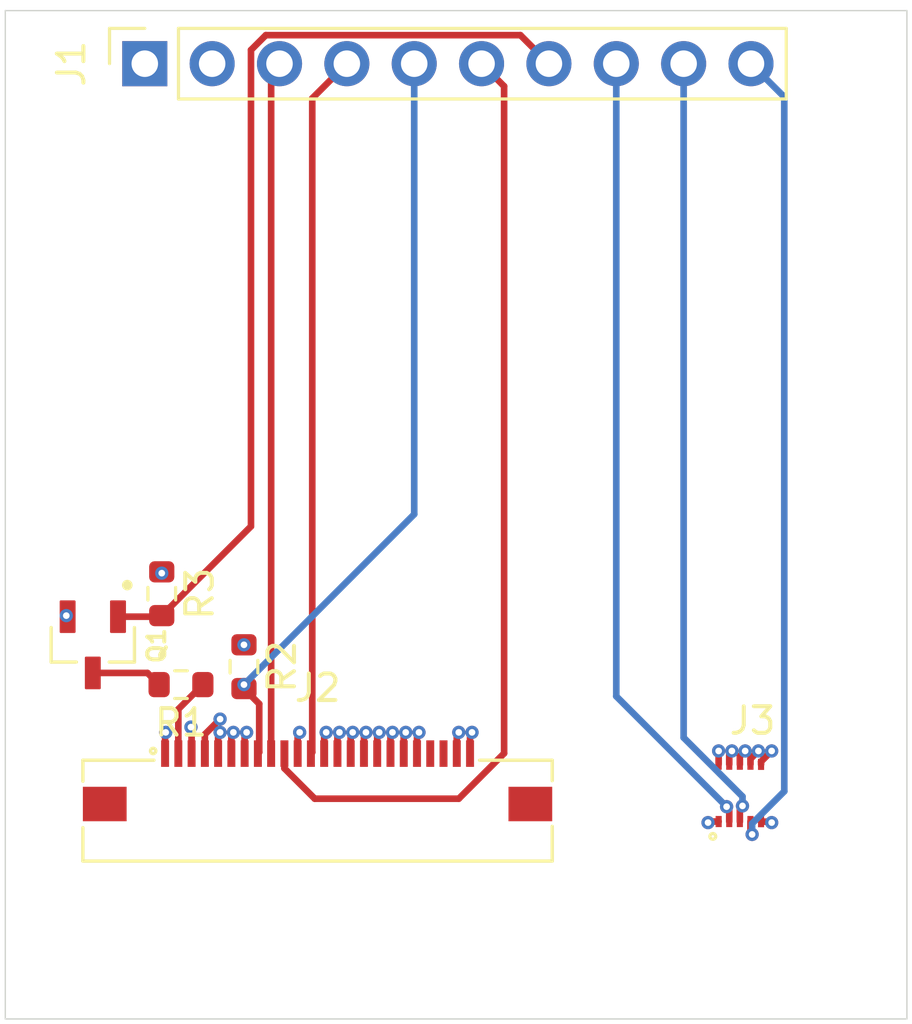
<source format=kicad_pcb>
(kicad_pcb (version 20171130) (host pcbnew 5.1.10)

  (general
    (thickness 1.6)
    (drawings 4)
    (tracks 125)
    (zones 0)
    (modules 7)
    (nets 15)
  )

  (page A4)
  (layers
    (0 F.Cu signal)
    (1 In1.Cu power)
    (2 In2.Cu power)
    (31 B.Cu signal)
    (32 B.Adhes user)
    (33 F.Adhes user)
    (34 B.Paste user)
    (35 F.Paste user)
    (36 B.SilkS user)
    (37 F.SilkS user)
    (38 B.Mask user)
    (39 F.Mask user)
    (40 Dwgs.User user)
    (41 Cmts.User user)
    (42 Eco1.User user)
    (43 Eco2.User user)
    (44 Edge.Cuts user)
    (45 Margin user)
    (46 B.CrtYd user)
    (47 F.CrtYd user)
    (48 B.Fab user hide)
    (49 F.Fab user hide)
  )

  (setup
    (last_trace_width 0.25)
    (trace_clearance 0.1)
    (zone_clearance 0.508)
    (zone_45_only yes)
    (trace_min 0.15)
    (via_size 0.8)
    (via_drill 0.4)
    (via_min_size 0.4)
    (via_min_drill 0.2)
    (user_via 0.5 0.25)
    (uvia_size 0.3)
    (uvia_drill 0.1)
    (uvias_allowed no)
    (uvia_min_size 0.2)
    (uvia_min_drill 0.1)
    (edge_width 0.05)
    (segment_width 0.2)
    (pcb_text_width 0.3)
    (pcb_text_size 1.5 1.5)
    (mod_edge_width 0.12)
    (mod_text_size 1 1)
    (mod_text_width 0.15)
    (pad_size 1.524 1.524)
    (pad_drill 0.762)
    (pad_to_mask_clearance 0)
    (aux_axis_origin 0 0)
    (visible_elements FFFFFF7F)
    (pcbplotparams
      (layerselection 0x010fc_ffffffff)
      (usegerberextensions false)
      (usegerberattributes true)
      (usegerberadvancedattributes true)
      (creategerberjobfile true)
      (excludeedgelayer true)
      (linewidth 0.100000)
      (plotframeref false)
      (viasonmask false)
      (mode 1)
      (useauxorigin false)
      (hpglpennumber 1)
      (hpglpenspeed 20)
      (hpglpendiameter 15.000000)
      (psnegative false)
      (psa4output false)
      (plotreference true)
      (plotvalue true)
      (plotinvisibletext false)
      (padsonsilk false)
      (subtractmaskfromsilk false)
      (outputformat 1)
      (mirror false)
      (drillshape 1)
      (scaleselection 1)
      (outputdirectory ""))
  )

  (net 0 "")
  (net 1 /CAPSENS_INT)
  (net 2 /I2C_SDA)
  (net 3 /I2C_SCL)
  (net 4 /LCD_BLITE)
  (net 5 /LCD_DC)
  (net 6 /CS)
  (net 7 /SDI)
  (net 8 /D_C)
  (net 9 GND)
  (net 10 +3V3)
  (net 11 /LEDK)
  (net 12 /TE)
  (net 13 /NC)
  (net 14 "Net-(Q1-Pad3)")

  (net_class Default "This is the default net class."
    (clearance 0.1)
    (trace_width 0.25)
    (via_dia 0.8)
    (via_drill 0.4)
    (uvia_dia 0.3)
    (uvia_drill 0.1)
    (add_net +3V3)
    (add_net /CAPSENS_INT)
    (add_net /CS)
    (add_net /D_C)
    (add_net /I2C_SCL)
    (add_net /I2C_SDA)
    (add_net /LCD_BLITE)
    (add_net /LCD_DC)
    (add_net /LEDK)
    (add_net /NC)
    (add_net /SDI)
    (add_net /TE)
    (add_net GND)
    (add_net "Net-(Q1-Pad3)")
  )

  (module "BM20B(0.8)-10DS-0.4V(51):BM20B(0.8)-10DS-0.4V(51)" (layer F.Cu) (tedit 61456730) (tstamp 6145C427)
    (at 105.69 68.56)
    (path /6146B484)
    (fp_text reference J3 (at 4.49 -0.8) (layer F.SilkS)
      (effects (font (size 1 1) (thickness 0.15)))
    )
    (fp_text value "Capacitive Touch Sensor" (at 4.52 -2.83) (layer F.Fab)
      (effects (font (size 1 1) (thickness 0.15)))
    )
    (fp_circle (center 2.99 3.56) (end 2.95 3.53) (layer F.SilkS) (width 0.12))
    (pad 3 smd rect (at 4.01 3) (size 0.23 0.42) (layers F.Cu F.Paste F.Mask)
      (net 2 /I2C_SDA))
    (pad 1 smd rect (at 3.21 3) (size 0.23 0.42) (layers F.Cu F.Paste F.Mask)
      (net 10 +3V3))
    (pad 2 smd rect (at 3.61 3) (size 0.23 0.42) (layers F.Cu F.Paste F.Mask)
      (net 3 /I2C_SCL))
    (pad 4 smd rect (at 4.41 3) (size 0.23 0.42) (layers F.Cu F.Paste F.Mask)
      (net 1 /CAPSENS_INT))
    (pad 5 smd rect (at 4.81 3.005) (size 0.23 0.42) (layers F.Cu F.Paste F.Mask)
      (net 10 +3V3))
    (pad "" smd rect (at 6.02 2.85) (size 0.3 0.75) (layers F.Paste))
    (pad "" smd rect (at 6.02 1) (size 0.3 0.75) (layers F.Paste))
    (pad "" smd rect (at 2 2.85) (size 0.3 0.75) (layers F.Paste))
    (pad 6 smd rect (at 4.81 0.845) (size 0.23 0.42) (layers F.Cu F.Paste F.Mask)
      (net 9 GND))
    (pad 7 smd rect (at 4.41 0.84) (size 0.23 0.42) (layers F.Cu F.Paste F.Mask)
      (net 9 GND))
    (pad 8 smd rect (at 4.01 0.84) (size 0.23 0.42) (layers F.Cu F.Paste F.Mask)
      (net 9 GND))
    (pad 9 smd rect (at 3.61 0.84) (size 0.23 0.42) (layers F.Cu F.Paste F.Mask)
      (net 9 GND))
    (pad 10 smd rect (at 3.21 0.84) (size 0.23 0.42) (layers F.Cu F.Paste F.Mask)
      (net 9 GND))
    (pad "" smd rect (at 2 1) (size 0.3 0.75) (layers F.Paste))
  )

  (module Resistor_SMD:R_0603_1608Metric (layer F.Cu) (tedit 5F68FEEE) (tstamp 6145BD73)
    (at 87.9 62.975 270)
    (descr "Resistor SMD 0603 (1608 Metric), square (rectangular) end terminal, IPC_7351 nominal, (Body size source: IPC-SM-782 page 72, https://www.pcb-3d.com/wordpress/wp-content/uploads/ipc-sm-782a_amendment_1_and_2.pdf), generated with kicad-footprint-generator")
    (tags resistor)
    (path /614A722B)
    (attr smd)
    (fp_text reference R3 (at 0 -1.43 90) (layer F.SilkS)
      (effects (font (size 1 1) (thickness 0.15)))
    )
    (fp_text value 2.5K (at 0 1.43 90) (layer F.Fab)
      (effects (font (size 1 1) (thickness 0.15)))
    )
    (fp_line (start 1.48 0.73) (end -1.48 0.73) (layer F.CrtYd) (width 0.05))
    (fp_line (start 1.48 -0.73) (end 1.48 0.73) (layer F.CrtYd) (width 0.05))
    (fp_line (start -1.48 -0.73) (end 1.48 -0.73) (layer F.CrtYd) (width 0.05))
    (fp_line (start -1.48 0.73) (end -1.48 -0.73) (layer F.CrtYd) (width 0.05))
    (fp_line (start -0.237258 0.5225) (end 0.237258 0.5225) (layer F.SilkS) (width 0.12))
    (fp_line (start -0.237258 -0.5225) (end 0.237258 -0.5225) (layer F.SilkS) (width 0.12))
    (fp_line (start 0.8 0.4125) (end -0.8 0.4125) (layer F.Fab) (width 0.1))
    (fp_line (start 0.8 -0.4125) (end 0.8 0.4125) (layer F.Fab) (width 0.1))
    (fp_line (start -0.8 -0.4125) (end 0.8 -0.4125) (layer F.Fab) (width 0.1))
    (fp_line (start -0.8 0.4125) (end -0.8 -0.4125) (layer F.Fab) (width 0.1))
    (fp_text user %R (at 0 0 90) (layer F.Fab)
      (effects (font (size 0.4 0.4) (thickness 0.06)))
    )
    (pad 2 smd roundrect (at 0.825 0 270) (size 0.8 0.95) (layers F.Cu F.Paste F.Mask) (roundrect_rratio 0.25)
      (net 4 /LCD_BLITE))
    (pad 1 smd roundrect (at -0.825 0 270) (size 0.8 0.95) (layers F.Cu F.Paste F.Mask) (roundrect_rratio 0.25)
      (net 10 +3V3))
    (model ${KISYS3DMOD}/Resistor_SMD.3dshapes/R_0603_1608Metric.wrl
      (at (xyz 0 0 0))
      (scale (xyz 1 1 1))
      (rotate (xyz 0 0 0))
    )
  )

  (module Resistor_SMD:R_0603_1608Metric (layer F.Cu) (tedit 5F68FEEE) (tstamp 6145BD62)
    (at 91 65.725 270)
    (descr "Resistor SMD 0603 (1608 Metric), square (rectangular) end terminal, IPC_7351 nominal, (Body size source: IPC-SM-782 page 72, https://www.pcb-3d.com/wordpress/wp-content/uploads/ipc-sm-782a_amendment_1_and_2.pdf), generated with kicad-footprint-generator")
    (tags resistor)
    (path /614905BC)
    (attr smd)
    (fp_text reference R2 (at 0 -1.43 90) (layer F.SilkS)
      (effects (font (size 1 1) (thickness 0.15)))
    )
    (fp_text value 10K (at 0 1.43 90) (layer F.Fab)
      (effects (font (size 1 1) (thickness 0.15)))
    )
    (fp_line (start 1.48 0.73) (end -1.48 0.73) (layer F.CrtYd) (width 0.05))
    (fp_line (start 1.48 -0.73) (end 1.48 0.73) (layer F.CrtYd) (width 0.05))
    (fp_line (start -1.48 -0.73) (end 1.48 -0.73) (layer F.CrtYd) (width 0.05))
    (fp_line (start -1.48 0.73) (end -1.48 -0.73) (layer F.CrtYd) (width 0.05))
    (fp_line (start -0.237258 0.5225) (end 0.237258 0.5225) (layer F.SilkS) (width 0.12))
    (fp_line (start -0.237258 -0.5225) (end 0.237258 -0.5225) (layer F.SilkS) (width 0.12))
    (fp_line (start 0.8 0.4125) (end -0.8 0.4125) (layer F.Fab) (width 0.1))
    (fp_line (start 0.8 -0.4125) (end 0.8 0.4125) (layer F.Fab) (width 0.1))
    (fp_line (start -0.8 -0.4125) (end 0.8 -0.4125) (layer F.Fab) (width 0.1))
    (fp_line (start -0.8 0.4125) (end -0.8 -0.4125) (layer F.Fab) (width 0.1))
    (fp_text user %R (at 0 0 90) (layer F.Fab)
      (effects (font (size 0.4 0.4) (thickness 0.06)))
    )
    (pad 2 smd roundrect (at 0.825 0 270) (size 0.8 0.95) (layers F.Cu F.Paste F.Mask) (roundrect_rratio 0.25)
      (net 6 /CS))
    (pad 1 smd roundrect (at -0.825 0 270) (size 0.8 0.95) (layers F.Cu F.Paste F.Mask) (roundrect_rratio 0.25)
      (net 10 +3V3))
    (model ${KISYS3DMOD}/Resistor_SMD.3dshapes/R_0603_1608Metric.wrl
      (at (xyz 0 0 0))
      (scale (xyz 1 1 1))
      (rotate (xyz 0 0 0))
    )
  )

  (module Resistor_SMD:R_0603_1608Metric (layer F.Cu) (tedit 5F68FEEE) (tstamp 6145BD51)
    (at 88.625 66.4 180)
    (descr "Resistor SMD 0603 (1608 Metric), square (rectangular) end terminal, IPC_7351 nominal, (Body size source: IPC-SM-782 page 72, https://www.pcb-3d.com/wordpress/wp-content/uploads/ipc-sm-782a_amendment_1_and_2.pdf), generated with kicad-footprint-generator")
    (tags resistor)
    (path /614A5244)
    (attr smd)
    (fp_text reference R1 (at 0 -1.43) (layer F.SilkS)
      (effects (font (size 1 1) (thickness 0.15)))
    )
    (fp_text value 10K (at 0 1.43) (layer F.Fab)
      (effects (font (size 1 1) (thickness 0.15)))
    )
    (fp_line (start 1.48 0.73) (end -1.48 0.73) (layer F.CrtYd) (width 0.05))
    (fp_line (start 1.48 -0.73) (end 1.48 0.73) (layer F.CrtYd) (width 0.05))
    (fp_line (start -1.48 -0.73) (end 1.48 -0.73) (layer F.CrtYd) (width 0.05))
    (fp_line (start -1.48 0.73) (end -1.48 -0.73) (layer F.CrtYd) (width 0.05))
    (fp_line (start -0.237258 0.5225) (end 0.237258 0.5225) (layer F.SilkS) (width 0.12))
    (fp_line (start -0.237258 -0.5225) (end 0.237258 -0.5225) (layer F.SilkS) (width 0.12))
    (fp_line (start 0.8 0.4125) (end -0.8 0.4125) (layer F.Fab) (width 0.1))
    (fp_line (start 0.8 -0.4125) (end 0.8 0.4125) (layer F.Fab) (width 0.1))
    (fp_line (start -0.8 -0.4125) (end 0.8 -0.4125) (layer F.Fab) (width 0.1))
    (fp_line (start -0.8 0.4125) (end -0.8 -0.4125) (layer F.Fab) (width 0.1))
    (fp_text user %R (at 0 0) (layer F.Fab)
      (effects (font (size 0.4 0.4) (thickness 0.06)))
    )
    (pad 2 smd roundrect (at 0.825 0 180) (size 0.8 0.95) (layers F.Cu F.Paste F.Mask) (roundrect_rratio 0.25)
      (net 14 "Net-(Q1-Pad3)"))
    (pad 1 smd roundrect (at -0.825 0 180) (size 0.8 0.95) (layers F.Cu F.Paste F.Mask) (roundrect_rratio 0.25)
      (net 11 /LEDK))
    (model ${KISYS3DMOD}/Resistor_SMD.3dshapes/R_0603_1608Metric.wrl
      (at (xyz 0 0 0))
      (scale (xyz 1 1 1))
      (rotate (xyz 0 0 0))
    )
  )

  (module bss138:BSS138 (layer F.Cu) (tedit 614564A4) (tstamp 6145BD40)
    (at 85.3 64.9 270)
    (path /6149A6A1)
    (fp_text reference Q1 (at 0.032 -2.4064 90) (layer F.SilkS)
      (effects (font (size 0.64 0.64) (thickness 0.15)))
    )
    (fp_text value Q_NMOS_GSD (at 4.5024 2.4064 90) (layer F.Fab)
      (effects (font (size 0.64 0.64) (thickness 0.15)))
    )
    (fp_line (start 0.65 1.57) (end 0.65 0.62) (layer F.SilkS) (width 0.127))
    (fp_line (start 0.65 -1.57) (end 0.65 -0.62) (layer F.SilkS) (width 0.127))
    (fp_circle (center -2.25 -1.3) (end -2.15 -1.3) (layer F.Fab) (width 0.2))
    (fp_circle (center -2.25 -1.3) (end -2.15 -1.3) (layer F.SilkS) (width 0.2))
    (fp_line (start 1.925 1.7) (end 1.925 -1.7) (layer F.CrtYd) (width 0.05))
    (fp_line (start -1.925 1.7) (end -1.925 -1.7) (layer F.CrtYd) (width 0.05))
    (fp_line (start 1.925 1.7) (end -1.925 1.7) (layer F.CrtYd) (width 0.05))
    (fp_line (start -1.925 -1.7) (end 1.925 -1.7) (layer F.CrtYd) (width 0.05))
    (fp_line (start -0.65 1.57) (end 0.65 1.57) (layer F.SilkS) (width 0.127))
    (fp_line (start -0.65 -1.57) (end 0.65 -1.57) (layer F.SilkS) (width 0.127))
    (fp_line (start 0.65 1.45) (end -0.65 1.45) (layer F.Fab) (width 0.127))
    (fp_line (start 0.65 -1.45) (end 0.65 1.45) (layer F.Fab) (width 0.127))
    (fp_line (start -0.65 -1.45) (end 0.65 -1.45) (layer F.Fab) (width 0.127))
    (fp_line (start -0.65 1.45) (end -0.65 -1.45) (layer F.Fab) (width 0.127))
    (pad 1 smd roundrect (at -1.06 -0.95 270) (size 1.23 0.6) (layers F.Cu F.Paste F.Mask) (roundrect_rratio 0.07000000000000001)
      (net 4 /LCD_BLITE))
    (pad 3 smd roundrect (at 1.06 0 270) (size 1.23 0.6) (layers F.Cu F.Paste F.Mask) (roundrect_rratio 0.07000000000000001)
      (net 14 "Net-(Q1-Pad3)"))
    (pad 2 smd roundrect (at -1.06 0.95 270) (size 1.23 0.6) (layers F.Cu F.Paste F.Mask) (roundrect_rratio 0.07000000000000001)
      (net 9 GND))
  )

  (module 687124183622:687124183622 (layer F.Cu) (tedit 61454F37) (tstamp 6145BD19)
    (at 93.775 70.9)
    (path /6146A5AD)
    (fp_text reference J2 (at 0.005 -4.375) (layer F.SilkS)
      (effects (font (size 1 1) (thickness 0.15)))
    )
    (fp_text value Conn_01x24_Male (at 4.39 3.595) (layer F.Fab)
      (effects (font (size 1 1) (thickness 0.15)))
    )
    (fp_poly (pts (xy -9 -2.6) (xy 9 -2.6) (xy 9 2.4) (xy -9 2.4)) (layer F.CrtYd) (width 0.127))
    (fp_line (start 8.85 -1.65) (end 8.85 -0.88) (layer F.SilkS) (width 0.127))
    (fp_line (start 6.11 -1.65) (end 8.85 -1.65) (layer F.SilkS) (width 0.127))
    (fp_line (start -8.85 -1.65) (end -8.85 -0.86) (layer F.SilkS) (width 0.127))
    (fp_line (start -6.17 -1.65) (end -8.85 -1.65) (layer F.SilkS) (width 0.127))
    (fp_circle (center -6.2 -2) (end -6.1 -2) (layer F.SilkS) (width 0.127))
    (fp_line (start 8.85 2.15) (end 8.85 0.84) (layer F.SilkS) (width 0.127))
    (fp_line (start -8.85 2.15) (end 8.85 2.15) (layer F.SilkS) (width 0.127))
    (fp_line (start -8.85 0.89) (end -8.85 2.15) (layer F.SilkS) (width 0.127))
    (fp_line (start -8.85 2.15) (end -8.85 -1.65) (layer F.Fab) (width 0.127))
    (fp_line (start 8.85 2.15) (end -8.85 2.15) (layer F.Fab) (width 0.127))
    (fp_line (start 8.85 -1.65) (end 8.85 2.15) (layer F.Fab) (width 0.127))
    (fp_line (start -8.85 -1.65) (end 8.85 -1.65) (layer F.Fab) (width 0.127))
    (pad Z1 smd rect (at -8.025 0) (size 1.65 1.3) (layers F.Cu F.Paste F.Mask))
    (pad Z2 smd rect (at 8.025 0) (size 1.65 1.3) (layers F.Cu F.Paste F.Mask))
    (pad 1 smd rect (at -5.75 -1.9) (size 0.3 1) (layers F.Cu F.Paste F.Mask)
      (net 10 +3V3))
    (pad 2 smd rect (at -5.25 -1.9) (size 0.3 1) (layers F.Cu F.Paste F.Mask)
      (net 11 /LEDK))
    (pad 3 smd rect (at -4.75 -1.9) (size 0.3 1) (layers F.Cu F.Paste F.Mask)
      (net 9 GND))
    (pad 4 smd rect (at -4.25 -1.9) (size 0.3 1) (layers F.Cu F.Paste F.Mask)
      (net 10 +3V3))
    (pad 5 smd rect (at -3.75 -1.9) (size 0.3 1) (layers F.Cu F.Paste F.Mask)
      (net 10 +3V3))
    (pad 6 smd rect (at -3.25 -1.9) (size 0.3 1) (layers F.Cu F.Paste F.Mask)
      (net 10 +3V3))
    (pad 7 smd rect (at -2.75 -1.9) (size 0.3 1) (layers F.Cu F.Paste F.Mask)
      (net 10 +3V3))
    (pad 8 smd rect (at -2.25 -1.9) (size 0.3 1) (layers F.Cu F.Paste F.Mask)
      (net 6 /CS))
    (pad 9 smd rect (at -1.75 -1.9) (size 0.3 1) (layers F.Cu F.Paste F.Mask)
      (net 8 /D_C))
    (pad 10 smd rect (at -1.25 -1.9) (size 0.3 1) (layers F.Cu F.Paste F.Mask)
      (net 5 /LCD_DC))
    (pad 11 smd rect (at -0.75 -1.9) (size 0.3 1) (layers F.Cu F.Paste F.Mask)
      (net 9 GND))
    (pad 12 smd rect (at -0.25 -1.9) (size 0.3 1) (layers F.Cu F.Paste F.Mask)
      (net 7 /SDI))
    (pad 13 smd rect (at 0.25 -1.9) (size 0.3 1) (layers F.Cu F.Paste F.Mask)
      (net 9 GND))
    (pad 14 smd rect (at 0.75 -1.9) (size 0.3 1) (layers F.Cu F.Paste F.Mask)
      (net 9 GND))
    (pad 15 smd rect (at 1.25 -1.9) (size 0.3 1) (layers F.Cu F.Paste F.Mask)
      (net 9 GND))
    (pad 16 smd rect (at 1.75 -1.9) (size 0.3 1) (layers F.Cu F.Paste F.Mask)
      (net 9 GND))
    (pad 17 smd rect (at 2.25 -1.9) (size 0.3 1) (layers F.Cu F.Paste F.Mask)
      (net 9 GND))
    (pad 18 smd rect (at 2.75 -1.9) (size 0.3 1) (layers F.Cu F.Paste F.Mask)
      (net 9 GND))
    (pad 19 smd rect (at 3.25 -1.9) (size 0.3 1) (layers F.Cu F.Paste F.Mask)
      (net 9 GND))
    (pad 20 smd rect (at 3.75 -1.9) (size 0.3 1) (layers F.Cu F.Paste F.Mask)
      (net 9 GND))
    (pad 21 smd rect (at 4.25 -1.9) (size 0.3 1) (layers F.Cu F.Paste F.Mask)
      (net 12 /TE))
    (pad 22 smd rect (at 4.75 -1.9) (size 0.3 1) (layers F.Cu F.Paste F.Mask)
      (net 13 /NC))
    (pad 23 smd rect (at 5.25 -1.9) (size 0.3 1) (layers F.Cu F.Paste F.Mask)
      (net 9 GND))
    (pad 24 smd rect (at 5.75 -1.9) (size 0.3 1) (layers F.Cu F.Paste F.Mask)
      (net 9 GND))
  )

  (module Connector_PinSocket_2.54mm:PinSocket_1x10_P2.54mm_Vertical (layer F.Cu) (tedit 5A19A425) (tstamp 6145BCEE)
    (at 87.26 43 90)
    (descr "Through hole straight socket strip, 1x10, 2.54mm pitch, single row (from Kicad 4.0.7), script generated")
    (tags "Through hole socket strip THT 1x10 2.54mm single row")
    (path /61460FCA)
    (fp_text reference J1 (at 0 -2.77 90) (layer F.SilkS)
      (effects (font (size 1 1) (thickness 0.15)))
    )
    (fp_text value "Pin Headers" (at 0 25.63 90) (layer F.Fab)
      (effects (font (size 1 1) (thickness 0.15)))
    )
    (fp_line (start -1.8 24.6) (end -1.8 -1.8) (layer F.CrtYd) (width 0.05))
    (fp_line (start 1.75 24.6) (end -1.8 24.6) (layer F.CrtYd) (width 0.05))
    (fp_line (start 1.75 -1.8) (end 1.75 24.6) (layer F.CrtYd) (width 0.05))
    (fp_line (start -1.8 -1.8) (end 1.75 -1.8) (layer F.CrtYd) (width 0.05))
    (fp_line (start 0 -1.33) (end 1.33 -1.33) (layer F.SilkS) (width 0.12))
    (fp_line (start 1.33 -1.33) (end 1.33 0) (layer F.SilkS) (width 0.12))
    (fp_line (start 1.33 1.27) (end 1.33 24.19) (layer F.SilkS) (width 0.12))
    (fp_line (start -1.33 24.19) (end 1.33 24.19) (layer F.SilkS) (width 0.12))
    (fp_line (start -1.33 1.27) (end -1.33 24.19) (layer F.SilkS) (width 0.12))
    (fp_line (start -1.33 1.27) (end 1.33 1.27) (layer F.SilkS) (width 0.12))
    (fp_line (start -1.27 24.13) (end -1.27 -1.27) (layer F.Fab) (width 0.1))
    (fp_line (start 1.27 24.13) (end -1.27 24.13) (layer F.Fab) (width 0.1))
    (fp_line (start 1.27 -0.635) (end 1.27 24.13) (layer F.Fab) (width 0.1))
    (fp_line (start 0.635 -1.27) (end 1.27 -0.635) (layer F.Fab) (width 0.1))
    (fp_line (start -1.27 -1.27) (end 0.635 -1.27) (layer F.Fab) (width 0.1))
    (fp_text user %R (at 0 11.43) (layer F.Fab)
      (effects (font (size 1 1) (thickness 0.15)))
    )
    (pad 10 thru_hole oval (at 0 22.86 90) (size 1.7 1.7) (drill 1) (layers *.Cu *.Mask)
      (net 1 /CAPSENS_INT))
    (pad 9 thru_hole oval (at 0 20.32 90) (size 1.7 1.7) (drill 1) (layers *.Cu *.Mask)
      (net 2 /I2C_SDA))
    (pad 8 thru_hole oval (at 0 17.78 90) (size 1.7 1.7) (drill 1) (layers *.Cu *.Mask)
      (net 3 /I2C_SCL))
    (pad 7 thru_hole oval (at 0 15.24 90) (size 1.7 1.7) (drill 1) (layers *.Cu *.Mask)
      (net 4 /LCD_BLITE))
    (pad 6 thru_hole oval (at 0 12.7 90) (size 1.7 1.7) (drill 1) (layers *.Cu *.Mask)
      (net 5 /LCD_DC))
    (pad 5 thru_hole oval (at 0 10.16 90) (size 1.7 1.7) (drill 1) (layers *.Cu *.Mask)
      (net 6 /CS))
    (pad 4 thru_hole oval (at 0 7.62 90) (size 1.7 1.7) (drill 1) (layers *.Cu *.Mask)
      (net 7 /SDI))
    (pad 3 thru_hole oval (at 0 5.08 90) (size 1.7 1.7) (drill 1) (layers *.Cu *.Mask)
      (net 8 /D_C))
    (pad 2 thru_hole oval (at 0 2.54 90) (size 1.7 1.7) (drill 1) (layers *.Cu *.Mask)
      (net 9 GND))
    (pad 1 thru_hole rect (at 0 0 90) (size 1.7 1.7) (drill 1) (layers *.Cu *.Mask)
      (net 10 +3V3))
    (model ${KISYS3DMOD}/Connector_PinSocket_2.54mm.3dshapes/PinSocket_1x10_P2.54mm_Vertical.wrl
      (at (xyz 0 0 0))
      (scale (xyz 1 1 1))
      (rotate (xyz 0 0 0))
    )
  )

  (gr_line (start 82 79) (end 82 41) (layer Edge.Cuts) (width 0.05) (tstamp 6147F27A))
  (gr_line (start 116 79) (end 82 79) (layer Edge.Cuts) (width 0.05))
  (gr_line (start 116 41) (end 116 79) (layer Edge.Cuts) (width 0.05))
  (gr_line (start 82 41) (end 116 41) (layer Edge.Cuts) (width 0.05))

  (via (at 110.162712 72.04535) (size 0.5) (drill 0.25) (layers F.Cu B.Cu) (net 1))
  (segment (start 110.1 71.982638) (end 110.162712 72.04535) (width 0.25) (layer F.Cu) (net 1))
  (segment (start 110.1 71.56) (end 110.1 71.982638) (width 0.25) (layer F.Cu) (net 1))
  (segment (start 111.375001 44.255001) (end 110.12 43) (width 0.25) (layer B.Cu) (net 1))
  (segment (start 111.375001 70.421997) (end 111.375001 44.255001) (width 0.25) (layer B.Cu) (net 1))
  (segment (start 110.162712 71.634286) (end 111.375001 70.421997) (width 0.25) (layer B.Cu) (net 1))
  (segment (start 110.162712 72.04535) (end 110.162712 71.634286) (width 0.25) (layer B.Cu) (net 1))
  (via (at 109.799276 70.970501) (size 0.5) (drill 0.25) (layers F.Cu B.Cu) (net 2))
  (segment (start 109.7 71.069777) (end 109.799276 70.970501) (width 0.25) (layer F.Cu) (net 2))
  (segment (start 109.7 71.56) (end 109.7 71.069777) (width 0.25) (layer F.Cu) (net 2))
  (segment (start 107.58 68.397672) (end 107.58 43) (width 0.25) (layer B.Cu) (net 2))
  (segment (start 109.799276 70.616948) (end 107.58 68.397672) (width 0.25) (layer B.Cu) (net 2))
  (segment (start 109.799276 70.970501) (end 109.799276 70.616948) (width 0.25) (layer B.Cu) (net 2))
  (via (at 109.2 71) (size 0.5) (drill 0.25) (layers F.Cu B.Cu) (net 3))
  (segment (start 109.3 71.1) (end 109.2 71) (width 0.25) (layer F.Cu) (net 3))
  (segment (start 109.3 71.56) (end 109.3 71.1) (width 0.25) (layer F.Cu) (net 3))
  (segment (start 105.04 66.84) (end 105.04 43) (width 0.25) (layer B.Cu) (net 3))
  (segment (start 109.2 71) (end 105.04 66.84) (width 0.25) (layer B.Cu) (net 3))
  (segment (start 87.86 63.84) (end 87.9 63.8) (width 0.25) (layer F.Cu) (net 4))
  (segment (start 86.25 63.84) (end 87.86 63.84) (width 0.25) (layer F.Cu) (net 4))
  (segment (start 91.823999 41.924999) (end 101.424999 41.924999) (width 0.25) (layer F.Cu) (net 4))
  (segment (start 101.424999 41.924999) (end 102.5 43) (width 0.25) (layer F.Cu) (net 4))
  (segment (start 91.264999 42.483999) (end 91.823999 41.924999) (width 0.25) (layer F.Cu) (net 4))
  (segment (start 91.264999 60.435001) (end 91.264999 42.483999) (width 0.25) (layer F.Cu) (net 4))
  (segment (start 87.9 63.8) (end 91.264999 60.435001) (width 0.25) (layer F.Cu) (net 4))
  (segment (start 92.525 69.555002) (end 93.669998 70.7) (width 0.25) (layer F.Cu) (net 5))
  (segment (start 92.525 69) (end 92.525 69.555002) (width 0.25) (layer F.Cu) (net 5))
  (segment (start 93.669998 70.7) (end 99.1 70.7) (width 0.25) (layer F.Cu) (net 5))
  (segment (start 100.809999 43.849999) (end 99.96 43) (width 0.25) (layer F.Cu) (net 5))
  (segment (start 100.809999 68.990001) (end 100.809999 43.849999) (width 0.25) (layer F.Cu) (net 5))
  (segment (start 99.1 70.7) (end 100.809999 68.990001) (width 0.25) (layer F.Cu) (net 5))
  (segment (start 91.575001 67.125001) (end 91 66.55) (width 0.25) (layer F.Cu) (net 6))
  (segment (start 91.575001 68.949999) (end 91.575001 67.125001) (width 0.25) (layer F.Cu) (net 6))
  (segment (start 91.525 69) (end 91.575001 68.949999) (width 0.25) (layer F.Cu) (net 6))
  (via (at 91 66.4) (size 0.5) (drill 0.25) (layers F.Cu B.Cu) (net 6))
  (segment (start 91 66.55) (end 91 66.4) (width 0.25) (layer F.Cu) (net 6))
  (segment (start 97.42 59.98) (end 97.42 43) (width 0.25) (layer B.Cu) (net 6))
  (segment (start 91 66.4) (end 97.42 59.98) (width 0.25) (layer B.Cu) (net 6))
  (segment (start 93.575001 44.304999) (end 94.88 43) (width 0.25) (layer F.Cu) (net 7))
  (segment (start 93.575001 68.949999) (end 93.575001 44.304999) (width 0.25) (layer F.Cu) (net 7))
  (segment (start 93.525 69) (end 93.575001 68.949999) (width 0.25) (layer F.Cu) (net 7))
  (segment (start 92.124999 43.215001) (end 92.34 43) (width 0.25) (layer B.Cu) (net 8))
  (segment (start 92.025 43.315) (end 92.34 43) (width 0.25) (layer F.Cu) (net 8))
  (segment (start 92.025 69) (end 92.025 43.315) (width 0.25) (layer F.Cu) (net 8))
  (via (at 94.1 68.2) (size 0.5) (drill 0.25) (layers F.Cu B.Cu) (net 9))
  (segment (start 94.025 68.275) (end 94.1 68.2) (width 0.25) (layer F.Cu) (net 9))
  (segment (start 94.025 69) (end 94.025 68.275) (width 0.25) (layer F.Cu) (net 9))
  (via (at 94.6 68.2) (size 0.5) (drill 0.25) (layers F.Cu B.Cu) (net 9))
  (segment (start 94.525 68.275) (end 94.6 68.2) (width 0.25) (layer F.Cu) (net 9))
  (segment (start 94.525 69) (end 94.525 68.275) (width 0.25) (layer F.Cu) (net 9))
  (via (at 95.1 68.2) (size 0.5) (drill 0.25) (layers F.Cu B.Cu) (net 9))
  (segment (start 95.025 68.275) (end 95.1 68.2) (width 0.25) (layer F.Cu) (net 9))
  (segment (start 95.025 69) (end 95.025 68.275) (width 0.25) (layer F.Cu) (net 9))
  (via (at 95.6 68.2) (size 0.5) (drill 0.25) (layers F.Cu B.Cu) (net 9))
  (segment (start 95.525 68.275) (end 95.6 68.2) (width 0.25) (layer F.Cu) (net 9))
  (segment (start 95.525 69) (end 95.525 68.275) (width 0.25) (layer F.Cu) (net 9))
  (segment (start 96.025 68.275) (end 96.1 68.2) (width 0.25) (layer F.Cu) (net 9))
  (via (at 96.1 68.2) (size 0.5) (drill 0.25) (layers F.Cu B.Cu) (net 9))
  (segment (start 96.025 69) (end 96.025 68.275) (width 0.25) (layer F.Cu) (net 9))
  (via (at 96.6 68.2) (size 0.5) (drill 0.25) (layers F.Cu B.Cu) (net 9))
  (segment (start 96.525 68.275) (end 96.6 68.2) (width 0.25) (layer F.Cu) (net 9))
  (segment (start 96.525 69) (end 96.525 68.275) (width 0.25) (layer F.Cu) (net 9))
  (via (at 97.1 68.2) (size 0.5) (drill 0.25) (layers F.Cu B.Cu) (net 9))
  (segment (start 97.025 68.275) (end 97.1 68.2) (width 0.25) (layer F.Cu) (net 9))
  (segment (start 97.025 69) (end 97.025 68.275) (width 0.25) (layer F.Cu) (net 9))
  (via (at 97.6 68.2) (size 0.5) (drill 0.25) (layers F.Cu B.Cu) (net 9))
  (segment (start 97.525 68.275) (end 97.6 68.2) (width 0.25) (layer F.Cu) (net 9))
  (segment (start 97.525 69) (end 97.525 68.275) (width 0.25) (layer F.Cu) (net 9))
  (via (at 99.1 68.2) (size 0.5) (drill 0.25) (layers F.Cu B.Cu) (net 9))
  (segment (start 99.025 68.275) (end 99.1 68.2) (width 0.25) (layer F.Cu) (net 9))
  (segment (start 99.025 69) (end 99.025 68.275) (width 0.25) (layer F.Cu) (net 9))
  (via (at 99.6 68.2) (size 0.5) (drill 0.25) (layers F.Cu B.Cu) (net 9))
  (segment (start 99.525 68.275) (end 99.6 68.2) (width 0.25) (layer F.Cu) (net 9))
  (segment (start 99.525 69) (end 99.525 68.275) (width 0.25) (layer F.Cu) (net 9))
  (via (at 89.000034 68.000624) (size 0.5) (drill 0.25) (layers F.Cu B.Cu) (net 9))
  (segment (start 89.025 68.02559) (end 89.000034 68.000624) (width 0.25) (layer F.Cu) (net 9))
  (segment (start 89.025 69) (end 89.025 68.02559) (width 0.25) (layer F.Cu) (net 9))
  (via (at 84.3 63.8) (size 0.5) (drill 0.25) (layers F.Cu B.Cu) (net 9))
  (segment (start 84.34 63.84) (end 84.3 63.8) (width 0.25) (layer F.Cu) (net 9))
  (segment (start 84.35 63.84) (end 84.34 63.84) (width 0.25) (layer F.Cu) (net 9))
  (via (at 108.9 68.9) (size 0.5) (drill 0.25) (layers F.Cu B.Cu) (net 9))
  (segment (start 108.9 69.4) (end 108.9 68.9) (width 0.25) (layer F.Cu) (net 9))
  (via (at 109.4 68.9) (size 0.5) (drill 0.25) (layers F.Cu B.Cu) (net 9))
  (segment (start 109.3 69) (end 109.4 68.9) (width 0.25) (layer F.Cu) (net 9))
  (segment (start 109.3 69.4) (end 109.3 69) (width 0.25) (layer F.Cu) (net 9))
  (segment (start 109.7 69.1) (end 109.9 68.9) (width 0.25) (layer F.Cu) (net 9))
  (via (at 109.9 68.9) (size 0.5) (drill 0.25) (layers F.Cu B.Cu) (net 9))
  (segment (start 109.7 69.4) (end 109.7 69.1) (width 0.25) (layer F.Cu) (net 9))
  (via (at 110.4 68.9) (size 0.5) (drill 0.25) (layers F.Cu B.Cu) (net 9))
  (segment (start 110.1 69.2) (end 110.4 68.9) (width 0.25) (layer F.Cu) (net 9))
  (segment (start 110.1 69.4) (end 110.1 69.2) (width 0.25) (layer F.Cu) (net 9))
  (via (at 110.9 68.9) (size 0.5) (drill 0.25) (layers F.Cu B.Cu) (net 9))
  (segment (start 110.5 69.3) (end 110.9 68.9) (width 0.25) (layer F.Cu) (net 9))
  (segment (start 110.5 69.405) (end 110.5 69.3) (width 0.25) (layer F.Cu) (net 9))
  (via (at 93.1 68.2) (size 0.5) (drill 0.25) (layers F.Cu B.Cu) (net 9))
  (segment (start 93.025 68.275) (end 93.1 68.2) (width 0.25) (layer F.Cu) (net 9))
  (segment (start 93.025 69) (end 93.025 68.275) (width 0.25) (layer F.Cu) (net 9))
  (via (at 90.1 68.2) (size 0.5) (drill 0.25) (layers F.Cu B.Cu) (net 10))
  (segment (start 90.025 68.275) (end 90.1 68.2) (width 0.25) (layer F.Cu) (net 10))
  (segment (start 90.025 69) (end 90.025 68.275) (width 0.25) (layer F.Cu) (net 10))
  (via (at 90.6 68.2) (size 0.5) (drill 0.25) (layers F.Cu B.Cu) (net 10))
  (segment (start 90.525 68.275) (end 90.6 68.2) (width 0.25) (layer F.Cu) (net 10))
  (segment (start 90.525 69) (end 90.525 68.275) (width 0.25) (layer F.Cu) (net 10))
  (via (at 91.1 68.2) (size 0.5) (drill 0.25) (layers F.Cu B.Cu) (net 10))
  (segment (start 91.025 68.275) (end 91.1 68.2) (width 0.25) (layer F.Cu) (net 10))
  (segment (start 91.025 69) (end 91.025 68.275) (width 0.25) (layer F.Cu) (net 10))
  (via (at 88.05 68.2) (size 0.5) (drill 0.25) (layers F.Cu B.Cu) (net 10))
  (segment (start 88.025 68.225) (end 88.05 68.2) (width 0.25) (layer F.Cu) (net 10))
  (segment (start 88.025 69) (end 88.025 68.225) (width 0.25) (layer F.Cu) (net 10))
  (via (at 87.9 62.2) (size 0.5) (drill 0.25) (layers F.Cu B.Cu) (net 10))
  (segment (start 87.9 62.15) (end 87.9 62.2) (width 0.25) (layer F.Cu) (net 10))
  (via (at 108.5 71.6) (size 0.5) (drill 0.25) (layers F.Cu B.Cu) (net 10))
  (segment (start 108.54 71.56) (end 108.5 71.6) (width 0.25) (layer F.Cu) (net 10))
  (segment (start 108.9 71.56) (end 108.54 71.56) (width 0.25) (layer F.Cu) (net 10))
  (via (at 110.9 71.6) (size 0.5) (drill 0.25) (layers F.Cu B.Cu) (net 10))
  (segment (start 110.865 71.565) (end 110.9 71.6) (width 0.25) (layer F.Cu) (net 10))
  (segment (start 110.5 71.565) (end 110.865 71.565) (width 0.25) (layer F.Cu) (net 10))
  (segment (start 89.525 68.275) (end 89.525 69) (width 0.25) (layer F.Cu) (net 10))
  (segment (start 90.1 67.7) (end 89.525 68.275) (width 0.25) (layer F.Cu) (net 10))
  (via (at 90.1 67.7) (size 0.5) (drill 0.25) (layers F.Cu B.Cu) (net 10))
  (via (at 91 64.9) (size 0.5) (drill 0.25) (layers F.Cu B.Cu) (net 10))
  (segment (start 88.525 67.325) (end 89.45 66.4) (width 0.25) (layer F.Cu) (net 11))
  (segment (start 88.525 69) (end 88.525 67.325) (width 0.25) (layer F.Cu) (net 11))
  (segment (start 87.36 65.96) (end 87.8 66.4) (width 0.25) (layer F.Cu) (net 14))
  (segment (start 85.3 65.96) (end 87.36 65.96) (width 0.25) (layer F.Cu) (net 14))

  (zone (net 10) (net_name +3V3) (layer In1.Cu) (tstamp 0) (hatch edge 0.508)
    (connect_pads (clearance 0.508))
    (min_thickness 0.254)
    (fill yes (arc_segments 32) (thermal_gap 0.508) (thermal_bridge_width 0.508))
    (polygon
      (pts
        (xy 116.2 79.2) (xy 81.8 79.2) (xy 81.8 40.6) (xy 116.2 40.6)
      )
    )
    (filled_polygon
      (pts
        (xy 85.958815 41.698815) (xy 85.879463 41.795506) (xy 85.820498 41.90582) (xy 85.784188 42.025518) (xy 85.771928 42.15)
        (xy 85.775 42.71425) (xy 85.93375 42.873) (xy 87.133 42.873) (xy 87.133 42.853) (xy 87.387 42.853)
        (xy 87.387 42.873) (xy 87.407 42.873) (xy 87.407 43.127) (xy 87.387 43.127) (xy 87.387 44.32625)
        (xy 87.54575 44.485) (xy 88.11 44.488072) (xy 88.234482 44.475812) (xy 88.35418 44.439502) (xy 88.464494 44.380537)
        (xy 88.561185 44.301185) (xy 88.640537 44.204494) (xy 88.699502 44.09418) (xy 88.721513 44.02162) (xy 88.853368 44.153475)
        (xy 89.096589 44.31599) (xy 89.366842 44.427932) (xy 89.65374 44.485) (xy 89.94626 44.485) (xy 90.233158 44.427932)
        (xy 90.503411 44.31599) (xy 90.746632 44.153475) (xy 90.953475 43.946632) (xy 91.07 43.77224) (xy 91.186525 43.946632)
        (xy 91.393368 44.153475) (xy 91.636589 44.31599) (xy 91.906842 44.427932) (xy 92.19374 44.485) (xy 92.48626 44.485)
        (xy 92.773158 44.427932) (xy 93.043411 44.31599) (xy 93.286632 44.153475) (xy 93.493475 43.946632) (xy 93.61 43.77224)
        (xy 93.726525 43.946632) (xy 93.933368 44.153475) (xy 94.176589 44.31599) (xy 94.446842 44.427932) (xy 94.73374 44.485)
        (xy 95.02626 44.485) (xy 95.313158 44.427932) (xy 95.583411 44.31599) (xy 95.826632 44.153475) (xy 96.033475 43.946632)
        (xy 96.15 43.77224) (xy 96.266525 43.946632) (xy 96.473368 44.153475) (xy 96.716589 44.31599) (xy 96.986842 44.427932)
        (xy 97.27374 44.485) (xy 97.56626 44.485) (xy 97.853158 44.427932) (xy 98.123411 44.31599) (xy 98.366632 44.153475)
        (xy 98.573475 43.946632) (xy 98.69 43.77224) (xy 98.806525 43.946632) (xy 99.013368 44.153475) (xy 99.256589 44.31599)
        (xy 99.526842 44.427932) (xy 99.81374 44.485) (xy 100.10626 44.485) (xy 100.393158 44.427932) (xy 100.663411 44.31599)
        (xy 100.906632 44.153475) (xy 101.113475 43.946632) (xy 101.23 43.77224) (xy 101.346525 43.946632) (xy 101.553368 44.153475)
        (xy 101.796589 44.31599) (xy 102.066842 44.427932) (xy 102.35374 44.485) (xy 102.64626 44.485) (xy 102.933158 44.427932)
        (xy 103.203411 44.31599) (xy 103.446632 44.153475) (xy 103.653475 43.946632) (xy 103.77 43.77224) (xy 103.886525 43.946632)
        (xy 104.093368 44.153475) (xy 104.336589 44.31599) (xy 104.606842 44.427932) (xy 104.89374 44.485) (xy 105.18626 44.485)
        (xy 105.473158 44.427932) (xy 105.743411 44.31599) (xy 105.986632 44.153475) (xy 106.193475 43.946632) (xy 106.31 43.77224)
        (xy 106.426525 43.946632) (xy 106.633368 44.153475) (xy 106.876589 44.31599) (xy 107.146842 44.427932) (xy 107.43374 44.485)
        (xy 107.72626 44.485) (xy 108.013158 44.427932) (xy 108.283411 44.31599) (xy 108.526632 44.153475) (xy 108.733475 43.946632)
        (xy 108.85 43.77224) (xy 108.966525 43.946632) (xy 109.173368 44.153475) (xy 109.416589 44.31599) (xy 109.686842 44.427932)
        (xy 109.97374 44.485) (xy 110.26626 44.485) (xy 110.553158 44.427932) (xy 110.823411 44.31599) (xy 111.066632 44.153475)
        (xy 111.273475 43.946632) (xy 111.43599 43.703411) (xy 111.547932 43.433158) (xy 111.605 43.14626) (xy 111.605 42.85374)
        (xy 111.547932 42.566842) (xy 111.43599 42.296589) (xy 111.273475 42.053368) (xy 111.066632 41.846525) (xy 110.823411 41.68401)
        (xy 110.765445 41.66) (xy 115.34 41.66) (xy 115.340001 78.34) (xy 82.66 78.34) (xy 82.66 70.912835)
        (xy 108.315 70.912835) (xy 108.315 71.087165) (xy 108.34901 71.258145) (xy 108.415723 71.419205) (xy 108.512576 71.564155)
        (xy 108.635845 71.687424) (xy 108.780795 71.784277) (xy 108.941855 71.85099) (xy 109.112835 71.885) (xy 109.287165 71.885)
        (xy 109.29248 71.883943) (xy 109.277712 71.958185) (xy 109.277712 72.132515) (xy 109.311722 72.303495) (xy 109.378435 72.464555)
        (xy 109.475288 72.609505) (xy 109.598557 72.732774) (xy 109.743507 72.829627) (xy 109.904567 72.89634) (xy 110.075547 72.93035)
        (xy 110.249877 72.93035) (xy 110.420857 72.89634) (xy 110.581917 72.829627) (xy 110.726867 72.732774) (xy 110.850136 72.609505)
        (xy 110.946989 72.464555) (xy 111.013702 72.303495) (xy 111.047712 72.132515) (xy 111.047712 71.958185) (xy 111.013702 71.787205)
        (xy 110.946989 71.626145) (xy 110.850136 71.481195) (xy 110.726867 71.357926) (xy 110.62493 71.289813) (xy 110.650266 71.228646)
        (xy 110.684276 71.057666) (xy 110.684276 70.883336) (xy 110.650266 70.712356) (xy 110.583553 70.551296) (xy 110.4867 70.406346)
        (xy 110.363431 70.283077) (xy 110.218481 70.186224) (xy 110.057421 70.119511) (xy 109.886441 70.085501) (xy 109.712111 70.085501)
        (xy 109.541131 70.119511) (xy 109.464029 70.151447) (xy 109.458145 70.14901) (xy 109.287165 70.115) (xy 109.112835 70.115)
        (xy 108.941855 70.14901) (xy 108.780795 70.215723) (xy 108.635845 70.312576) (xy 108.512576 70.435845) (xy 108.415723 70.580795)
        (xy 108.34901 70.741855) (xy 108.315 70.912835) (xy 82.66 70.912835) (xy 82.66 67.913459) (xy 88.115034 67.913459)
        (xy 88.115034 68.087789) (xy 88.149044 68.258769) (xy 88.215757 68.419829) (xy 88.31261 68.564779) (xy 88.435879 68.688048)
        (xy 88.580829 68.784901) (xy 88.741889 68.851614) (xy 88.912869 68.885624) (xy 89.087199 68.885624) (xy 89.258179 68.851614)
        (xy 89.419239 68.784901) (xy 89.564189 68.688048) (xy 89.687458 68.564779) (xy 89.784311 68.419829) (xy 89.851024 68.258769)
        (xy 89.880052 68.112835) (xy 92.215 68.112835) (xy 92.215 68.287165) (xy 92.24901 68.458145) (xy 92.315723 68.619205)
        (xy 92.412576 68.764155) (xy 92.535845 68.887424) (xy 92.680795 68.984277) (xy 92.841855 69.05099) (xy 93.012835 69.085)
        (xy 93.187165 69.085) (xy 93.358145 69.05099) (xy 93.519205 68.984277) (xy 93.6 68.930291) (xy 93.680795 68.984277)
        (xy 93.841855 69.05099) (xy 94.012835 69.085) (xy 94.187165 69.085) (xy 94.35 69.05261) (xy 94.512835 69.085)
        (xy 94.687165 69.085) (xy 94.85 69.05261) (xy 95.012835 69.085) (xy 95.187165 69.085) (xy 95.35 69.05261)
        (xy 95.512835 69.085) (xy 95.687165 69.085) (xy 95.85 69.05261) (xy 96.012835 69.085) (xy 96.187165 69.085)
        (xy 96.35 69.05261) (xy 96.512835 69.085) (xy 96.687165 69.085) (xy 96.85 69.05261) (xy 97.012835 69.085)
        (xy 97.187165 69.085) (xy 97.35 69.05261) (xy 97.512835 69.085) (xy 97.687165 69.085) (xy 97.858145 69.05099)
        (xy 98.019205 68.984277) (xy 98.164155 68.887424) (xy 98.287424 68.764155) (xy 98.35 68.670504) (xy 98.412576 68.764155)
        (xy 98.535845 68.887424) (xy 98.680795 68.984277) (xy 98.841855 69.05099) (xy 99.012835 69.085) (xy 99.187165 69.085)
        (xy 99.35 69.05261) (xy 99.512835 69.085) (xy 99.687165 69.085) (xy 99.858145 69.05099) (xy 100.019205 68.984277)
        (xy 100.164155 68.887424) (xy 100.238744 68.812835) (xy 108.015 68.812835) (xy 108.015 68.987165) (xy 108.04901 69.158145)
        (xy 108.115723 69.319205) (xy 108.212576 69.464155) (xy 108.335845 69.587424) (xy 108.480795 69.684277) (xy 108.641855 69.75099)
        (xy 108.812835 69.785) (xy 108.987165 69.785) (xy 109.15 69.75261) (xy 109.312835 69.785) (xy 109.487165 69.785)
        (xy 109.65 69.75261) (xy 109.812835 69.785) (xy 109.987165 69.785) (xy 110.15 69.75261) (xy 110.312835 69.785)
        (xy 110.487165 69.785) (xy 110.65 69.75261) (xy 110.812835 69.785) (xy 110.987165 69.785) (xy 111.158145 69.75099)
        (xy 111.319205 69.684277) (xy 111.464155 69.587424) (xy 111.587424 69.464155) (xy 111.684277 69.319205) (xy 111.75099 69.158145)
        (xy 111.785 68.987165) (xy 111.785 68.812835) (xy 111.75099 68.641855) (xy 111.684277 68.480795) (xy 111.587424 68.335845)
        (xy 111.464155 68.212576) (xy 111.319205 68.115723) (xy 111.158145 68.04901) (xy 110.987165 68.015) (xy 110.812835 68.015)
        (xy 110.65 68.04739) (xy 110.487165 68.015) (xy 110.312835 68.015) (xy 110.15 68.04739) (xy 109.987165 68.015)
        (xy 109.812835 68.015) (xy 109.65 68.04739) (xy 109.487165 68.015) (xy 109.312835 68.015) (xy 109.15 68.04739)
        (xy 108.987165 68.015) (xy 108.812835 68.015) (xy 108.641855 68.04901) (xy 108.480795 68.115723) (xy 108.335845 68.212576)
        (xy 108.212576 68.335845) (xy 108.115723 68.480795) (xy 108.04901 68.641855) (xy 108.015 68.812835) (xy 100.238744 68.812835)
        (xy 100.287424 68.764155) (xy 100.384277 68.619205) (xy 100.45099 68.458145) (xy 100.485 68.287165) (xy 100.485 68.112835)
        (xy 100.45099 67.941855) (xy 100.384277 67.780795) (xy 100.287424 67.635845) (xy 100.164155 67.512576) (xy 100.019205 67.415723)
        (xy 99.858145 67.34901) (xy 99.687165 67.315) (xy 99.512835 67.315) (xy 99.35 67.34739) (xy 99.187165 67.315)
        (xy 99.012835 67.315) (xy 98.841855 67.34901) (xy 98.680795 67.415723) (xy 98.535845 67.512576) (xy 98.412576 67.635845)
        (xy 98.35 67.729496) (xy 98.287424 67.635845) (xy 98.164155 67.512576) (xy 98.019205 67.415723) (xy 97.858145 67.34901)
        (xy 97.687165 67.315) (xy 97.512835 67.315) (xy 97.35 67.34739) (xy 97.187165 67.315) (xy 97.012835 67.315)
        (xy 96.85 67.34739) (xy 96.687165 67.315) (xy 96.512835 67.315) (xy 96.35 67.34739) (xy 96.187165 67.315)
        (xy 96.012835 67.315) (xy 95.85 67.34739) (xy 95.687165 67.315) (xy 95.512835 67.315) (xy 95.35 67.34739)
        (xy 95.187165 67.315) (xy 95.012835 67.315) (xy 94.85 67.34739) (xy 94.687165 67.315) (xy 94.512835 67.315)
        (xy 94.35 67.34739) (xy 94.187165 67.315) (xy 94.012835 67.315) (xy 93.841855 67.34901) (xy 93.680795 67.415723)
        (xy 93.6 67.469709) (xy 93.519205 67.415723) (xy 93.358145 67.34901) (xy 93.187165 67.315) (xy 93.012835 67.315)
        (xy 92.841855 67.34901) (xy 92.680795 67.415723) (xy 92.535845 67.512576) (xy 92.412576 67.635845) (xy 92.315723 67.780795)
        (xy 92.24901 67.941855) (xy 92.215 68.112835) (xy 89.880052 68.112835) (xy 89.885034 68.087789) (xy 89.885034 67.913459)
        (xy 89.851024 67.742479) (xy 89.784311 67.581419) (xy 89.687458 67.436469) (xy 89.564189 67.3132) (xy 89.419239 67.216347)
        (xy 89.258179 67.149634) (xy 89.087199 67.115624) (xy 88.912869 67.115624) (xy 88.741889 67.149634) (xy 88.580829 67.216347)
        (xy 88.435879 67.3132) (xy 88.31261 67.436469) (xy 88.215757 67.581419) (xy 88.149044 67.742479) (xy 88.115034 67.913459)
        (xy 82.66 67.913459) (xy 82.66 66.312835) (xy 90.115 66.312835) (xy 90.115 66.487165) (xy 90.14901 66.658145)
        (xy 90.215723 66.819205) (xy 90.312576 66.964155) (xy 90.435845 67.087424) (xy 90.580795 67.184277) (xy 90.741855 67.25099)
        (xy 90.912835 67.285) (xy 91.087165 67.285) (xy 91.258145 67.25099) (xy 91.419205 67.184277) (xy 91.564155 67.087424)
        (xy 91.687424 66.964155) (xy 91.784277 66.819205) (xy 91.85099 66.658145) (xy 91.885 66.487165) (xy 91.885 66.312835)
        (xy 91.85099 66.141855) (xy 91.784277 65.980795) (xy 91.687424 65.835845) (xy 91.564155 65.712576) (xy 91.419205 65.615723)
        (xy 91.258145 65.54901) (xy 91.087165 65.515) (xy 90.912835 65.515) (xy 90.741855 65.54901) (xy 90.580795 65.615723)
        (xy 90.435845 65.712576) (xy 90.312576 65.835845) (xy 90.215723 65.980795) (xy 90.14901 66.141855) (xy 90.115 66.312835)
        (xy 82.66 66.312835) (xy 82.66 63.712835) (xy 83.415 63.712835) (xy 83.415 63.887165) (xy 83.44901 64.058145)
        (xy 83.515723 64.219205) (xy 83.612576 64.364155) (xy 83.735845 64.487424) (xy 83.880795 64.584277) (xy 84.041855 64.65099)
        (xy 84.212835 64.685) (xy 84.387165 64.685) (xy 84.558145 64.65099) (xy 84.719205 64.584277) (xy 84.864155 64.487424)
        (xy 84.987424 64.364155) (xy 85.084277 64.219205) (xy 85.15099 64.058145) (xy 85.185 63.887165) (xy 85.185 63.712835)
        (xy 85.15099 63.541855) (xy 85.084277 63.380795) (xy 84.987424 63.235845) (xy 84.864155 63.112576) (xy 84.719205 63.015723)
        (xy 84.558145 62.94901) (xy 84.387165 62.915) (xy 84.212835 62.915) (xy 84.041855 62.94901) (xy 83.880795 63.015723)
        (xy 83.735845 63.112576) (xy 83.612576 63.235845) (xy 83.515723 63.380795) (xy 83.44901 63.541855) (xy 83.415 63.712835)
        (xy 82.66 63.712835) (xy 82.66 43.85) (xy 85.771928 43.85) (xy 85.784188 43.974482) (xy 85.820498 44.09418)
        (xy 85.879463 44.204494) (xy 85.958815 44.301185) (xy 86.055506 44.380537) (xy 86.16582 44.439502) (xy 86.285518 44.475812)
        (xy 86.41 44.488072) (xy 86.97425 44.485) (xy 87.133 44.32625) (xy 87.133 43.127) (xy 85.93375 43.127)
        (xy 85.775 43.28575) (xy 85.771928 43.85) (xy 82.66 43.85) (xy 82.66 41.66) (xy 86.006111 41.66)
      )
    )
  )
  (zone (net 9) (net_name GND) (layer In2.Cu) (tstamp 6148D6BA) (hatch edge 0.508)
    (connect_pads (clearance 0.508))
    (min_thickness 0.254)
    (fill yes (arc_segments 32) (thermal_gap 0.508) (thermal_bridge_width 0.508))
    (polygon
      (pts
        (xy 116.2 79.2) (xy 81.8 79.2) (xy 81.8 40.6) (xy 116.2 40.6)
      )
    )
    (filled_polygon
      (pts
        (xy 85.958815 41.698815) (xy 85.879463 41.795506) (xy 85.820498 41.90582) (xy 85.784188 42.025518) (xy 85.771928 42.15)
        (xy 85.771928 43.85) (xy 85.784188 43.974482) (xy 85.820498 44.09418) (xy 85.879463 44.204494) (xy 85.958815 44.301185)
        (xy 86.055506 44.380537) (xy 86.16582 44.439502) (xy 86.285518 44.475812) (xy 86.41 44.488072) (xy 88.11 44.488072)
        (xy 88.234482 44.475812) (xy 88.35418 44.439502) (xy 88.464494 44.380537) (xy 88.561185 44.301185) (xy 88.640537 44.204494)
        (xy 88.699502 44.09418) (xy 88.723966 44.013534) (xy 88.799731 44.097588) (xy 89.03308 44.271641) (xy 89.295901 44.396825)
        (xy 89.44311 44.441476) (xy 89.673 44.320155) (xy 89.673 43.127) (xy 89.653 43.127) (xy 89.653 42.873)
        (xy 89.673 42.873) (xy 89.673 42.853) (xy 89.927 42.853) (xy 89.927 42.873) (xy 89.947 42.873)
        (xy 89.947 43.127) (xy 89.927 43.127) (xy 89.927 44.320155) (xy 90.15689 44.441476) (xy 90.304099 44.396825)
        (xy 90.56692 44.271641) (xy 90.800269 44.097588) (xy 90.995178 43.881355) (xy 91.064805 43.764466) (xy 91.186525 43.946632)
        (xy 91.393368 44.153475) (xy 91.636589 44.31599) (xy 91.906842 44.427932) (xy 92.19374 44.485) (xy 92.48626 44.485)
        (xy 92.773158 44.427932) (xy 93.043411 44.31599) (xy 93.286632 44.153475) (xy 93.493475 43.946632) (xy 93.61 43.77224)
        (xy 93.726525 43.946632) (xy 93.933368 44.153475) (xy 94.176589 44.31599) (xy 94.446842 44.427932) (xy 94.73374 44.485)
        (xy 95.02626 44.485) (xy 95.313158 44.427932) (xy 95.583411 44.31599) (xy 95.826632 44.153475) (xy 96.033475 43.946632)
        (xy 96.15 43.77224) (xy 96.266525 43.946632) (xy 96.473368 44.153475) (xy 96.716589 44.31599) (xy 96.986842 44.427932)
        (xy 97.27374 44.485) (xy 97.56626 44.485) (xy 97.853158 44.427932) (xy 98.123411 44.31599) (xy 98.366632 44.153475)
        (xy 98.573475 43.946632) (xy 98.69 43.77224) (xy 98.806525 43.946632) (xy 99.013368 44.153475) (xy 99.256589 44.31599)
        (xy 99.526842 44.427932) (xy 99.81374 44.485) (xy 100.10626 44.485) (xy 100.393158 44.427932) (xy 100.663411 44.31599)
        (xy 100.906632 44.153475) (xy 101.113475 43.946632) (xy 101.23 43.77224) (xy 101.346525 43.946632) (xy 101.553368 44.153475)
        (xy 101.796589 44.31599) (xy 102.066842 44.427932) (xy 102.35374 44.485) (xy 102.64626 44.485) (xy 102.933158 44.427932)
        (xy 103.203411 44.31599) (xy 103.446632 44.153475) (xy 103.653475 43.946632) (xy 103.77 43.77224) (xy 103.886525 43.946632)
        (xy 104.093368 44.153475) (xy 104.336589 44.31599) (xy 104.606842 44.427932) (xy 104.89374 44.485) (xy 105.18626 44.485)
        (xy 105.473158 44.427932) (xy 105.743411 44.31599) (xy 105.986632 44.153475) (xy 106.193475 43.946632) (xy 106.31 43.77224)
        (xy 106.426525 43.946632) (xy 106.633368 44.153475) (xy 106.876589 44.31599) (xy 107.146842 44.427932) (xy 107.43374 44.485)
        (xy 107.72626 44.485) (xy 108.013158 44.427932) (xy 108.283411 44.31599) (xy 108.526632 44.153475) (xy 108.733475 43.946632)
        (xy 108.85 43.77224) (xy 108.966525 43.946632) (xy 109.173368 44.153475) (xy 109.416589 44.31599) (xy 109.686842 44.427932)
        (xy 109.97374 44.485) (xy 110.26626 44.485) (xy 110.553158 44.427932) (xy 110.823411 44.31599) (xy 111.066632 44.153475)
        (xy 111.273475 43.946632) (xy 111.43599 43.703411) (xy 111.547932 43.433158) (xy 111.605 43.14626) (xy 111.605 42.85374)
        (xy 111.547932 42.566842) (xy 111.43599 42.296589) (xy 111.273475 42.053368) (xy 111.066632 41.846525) (xy 110.823411 41.68401)
        (xy 110.765445 41.66) (xy 115.34 41.66) (xy 115.340001 78.34) (xy 82.66 78.34) (xy 82.66 71.512835)
        (xy 107.615 71.512835) (xy 107.615 71.687165) (xy 107.64901 71.858145) (xy 107.715723 72.019205) (xy 107.812576 72.164155)
        (xy 107.935845 72.287424) (xy 108.080795 72.384277) (xy 108.241855 72.45099) (xy 108.412835 72.485) (xy 108.587165 72.485)
        (xy 108.758145 72.45099) (xy 108.919205 72.384277) (xy 109.064155 72.287424) (xy 109.187424 72.164155) (xy 109.277712 72.02903)
        (xy 109.277712 72.132515) (xy 109.311722 72.303495) (xy 109.378435 72.464555) (xy 109.475288 72.609505) (xy 109.598557 72.732774)
        (xy 109.743507 72.829627) (xy 109.904567 72.89634) (xy 110.075547 72.93035) (xy 110.249877 72.93035) (xy 110.420857 72.89634)
        (xy 110.581917 72.829627) (xy 110.726867 72.732774) (xy 110.850136 72.609505) (xy 110.933328 72.485) (xy 110.987165 72.485)
        (xy 111.158145 72.45099) (xy 111.319205 72.384277) (xy 111.464155 72.287424) (xy 111.587424 72.164155) (xy 111.684277 72.019205)
        (xy 111.75099 71.858145) (xy 111.785 71.687165) (xy 111.785 71.512835) (xy 111.75099 71.341855) (xy 111.684277 71.180795)
        (xy 111.587424 71.035845) (xy 111.464155 70.912576) (xy 111.319205 70.815723) (xy 111.158145 70.74901) (xy 110.987165 70.715)
        (xy 110.812835 70.715) (xy 110.656959 70.746006) (xy 110.650266 70.712356) (xy 110.583553 70.551296) (xy 110.4867 70.406346)
        (xy 110.363431 70.283077) (xy 110.218481 70.186224) (xy 110.057421 70.119511) (xy 109.886441 70.085501) (xy 109.712111 70.085501)
        (xy 109.541131 70.119511) (xy 109.464029 70.151447) (xy 109.458145 70.14901) (xy 109.287165 70.115) (xy 109.112835 70.115)
        (xy 108.941855 70.14901) (xy 108.780795 70.215723) (xy 108.635845 70.312576) (xy 108.512576 70.435845) (xy 108.415723 70.580795)
        (xy 108.355402 70.726424) (xy 108.241855 70.74901) (xy 108.080795 70.815723) (xy 107.935845 70.912576) (xy 107.812576 71.035845)
        (xy 107.715723 71.180795) (xy 107.64901 71.341855) (xy 107.615 71.512835) (xy 82.66 71.512835) (xy 82.66 68.112835)
        (xy 87.165 68.112835) (xy 87.165 68.287165) (xy 87.19901 68.458145) (xy 87.265723 68.619205) (xy 87.362576 68.764155)
        (xy 87.485845 68.887424) (xy 87.630795 68.984277) (xy 87.791855 69.05099) (xy 87.962835 69.085) (xy 88.137165 69.085)
        (xy 88.308145 69.05099) (xy 88.469205 68.984277) (xy 88.614155 68.887424) (xy 88.737424 68.764155) (xy 88.834277 68.619205)
        (xy 88.90099 68.458145) (xy 88.935 68.287165) (xy 88.935 68.112835) (xy 88.90099 67.941855) (xy 88.834277 67.780795)
        (xy 88.737424 67.635845) (xy 88.714414 67.612835) (xy 89.215 67.612835) (xy 89.215 67.787165) (xy 89.24739 67.95)
        (xy 89.215 68.112835) (xy 89.215 68.287165) (xy 89.24901 68.458145) (xy 89.315723 68.619205) (xy 89.412576 68.764155)
        (xy 89.535845 68.887424) (xy 89.680795 68.984277) (xy 89.841855 69.05099) (xy 90.012835 69.085) (xy 90.187165 69.085)
        (xy 90.35 69.05261) (xy 90.512835 69.085) (xy 90.687165 69.085) (xy 90.85 69.05261) (xy 91.012835 69.085)
        (xy 91.187165 69.085) (xy 91.358145 69.05099) (xy 91.519205 68.984277) (xy 91.664155 68.887424) (xy 91.787424 68.764155)
        (xy 91.884277 68.619205) (xy 91.95099 68.458145) (xy 91.985 68.287165) (xy 91.985 68.112835) (xy 91.95099 67.941855)
        (xy 91.884277 67.780795) (xy 91.787424 67.635845) (xy 91.664155 67.512576) (xy 91.519205 67.415723) (xy 91.358145 67.34901)
        (xy 91.187165 67.315) (xy 91.012835 67.315) (xy 90.907152 67.336022) (xy 90.884277 67.280795) (xy 90.88314 67.279093)
        (xy 90.912835 67.285) (xy 91.087165 67.285) (xy 91.258145 67.25099) (xy 91.419205 67.184277) (xy 91.564155 67.087424)
        (xy 91.687424 66.964155) (xy 91.784277 66.819205) (xy 91.85099 66.658145) (xy 91.885 66.487165) (xy 91.885 66.312835)
        (xy 91.85099 66.141855) (xy 91.784277 65.980795) (xy 91.687424 65.835845) (xy 91.564155 65.712576) (xy 91.470504 65.65)
        (xy 91.564155 65.587424) (xy 91.687424 65.464155) (xy 91.784277 65.319205) (xy 91.85099 65.158145) (xy 91.885 64.987165)
        (xy 91.885 64.812835) (xy 91.85099 64.641855) (xy 91.784277 64.480795) (xy 91.687424 64.335845) (xy 91.564155 64.212576)
        (xy 91.419205 64.115723) (xy 91.258145 64.04901) (xy 91.087165 64.015) (xy 90.912835 64.015) (xy 90.741855 64.04901)
        (xy 90.580795 64.115723) (xy 90.435845 64.212576) (xy 90.312576 64.335845) (xy 90.215723 64.480795) (xy 90.14901 64.641855)
        (xy 90.115 64.812835) (xy 90.115 64.987165) (xy 90.14901 65.158145) (xy 90.215723 65.319205) (xy 90.312576 65.464155)
        (xy 90.435845 65.587424) (xy 90.529496 65.65) (xy 90.435845 65.712576) (xy 90.312576 65.835845) (xy 90.215723 65.980795)
        (xy 90.14901 66.141855) (xy 90.115 66.312835) (xy 90.115 66.487165) (xy 90.14901 66.658145) (xy 90.215723 66.819205)
        (xy 90.21686 66.820907) (xy 90.187165 66.815) (xy 90.012835 66.815) (xy 89.841855 66.84901) (xy 89.680795 66.915723)
        (xy 89.535845 67.012576) (xy 89.412576 67.135845) (xy 89.315723 67.280795) (xy 89.24901 67.441855) (xy 89.215 67.612835)
        (xy 88.714414 67.612835) (xy 88.614155 67.512576) (xy 88.469205 67.415723) (xy 88.308145 67.34901) (xy 88.137165 67.315)
        (xy 87.962835 67.315) (xy 87.791855 67.34901) (xy 87.630795 67.415723) (xy 87.485845 67.512576) (xy 87.362576 67.635845)
        (xy 87.265723 67.780795) (xy 87.19901 67.941855) (xy 87.165 68.112835) (xy 82.66 68.112835) (xy 82.66 62.112835)
        (xy 87.015 62.112835) (xy 87.015 62.287165) (xy 87.04901 62.458145) (xy 87.115723 62.619205) (xy 87.212576 62.764155)
        (xy 87.335845 62.887424) (xy 87.480795 62.984277) (xy 87.641855 63.05099) (xy 87.812835 63.085) (xy 87.987165 63.085)
        (xy 88.158145 63.05099) (xy 88.319205 62.984277) (xy 88.464155 62.887424) (xy 88.587424 62.764155) (xy 88.684277 62.619205)
        (xy 88.75099 62.458145) (xy 88.785 62.287165) (xy 88.785 62.112835) (xy 88.75099 61.941855) (xy 88.684277 61.780795)
        (xy 88.587424 61.635845) (xy 88.464155 61.512576) (xy 88.319205 61.415723) (xy 88.158145 61.34901) (xy 87.987165 61.315)
        (xy 87.812835 61.315) (xy 87.641855 61.34901) (xy 87.480795 61.415723) (xy 87.335845 61.512576) (xy 87.212576 61.635845)
        (xy 87.115723 61.780795) (xy 87.04901 61.941855) (xy 87.015 62.112835) (xy 82.66 62.112835) (xy 82.66 41.66)
        (xy 86.006111 41.66)
      )
    )
  )
)

</source>
